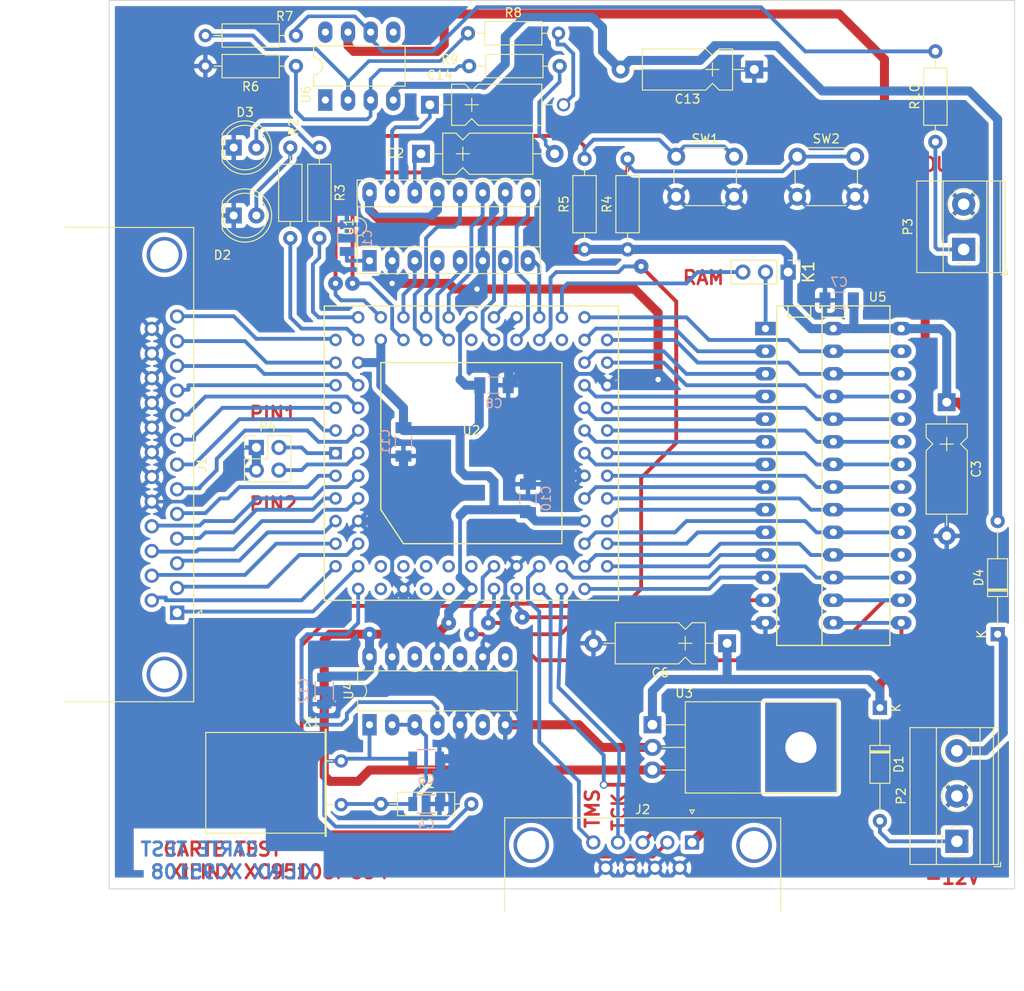
<source format=kicad_pcb>
(kicad_pcb (version 20210925) (generator pcbnew)
  (title_block (title "CARTE TEST XILINX XC95108") (rev "0"))
  (layers (0 "F.Cu" signal) (31 "B.Cu" signal) (34 "B.Paste" user) (35 "F.Paste" user) (36 "B.SilkS" user "B.Silkscreen") (37 "F.SilkS" user "F.Silkscreen") (38 "B.Mask" user) (39 "F.Mask" user) (44 "Edge.Cuts" user))
  (net 0 "")
  (net 1 "+12V")
  (net 2 "-12V")
  (net 3 "/CSMEM")
  (net 4 "/DAT0")
  (net 5 "/DAT1")
  (net 6 "/DAT2")
  (net 7 "/DAT3")
  (net 8 "/DAT4")
  (net 9 "/DAT5")
  (net 10 "/DAT6")
  (net 11 "/DAT7")
  (net 12 "/DCLK")
  (net 13 "/LED1")
  (net 14 "/LED2")
  (net 15 "/MA0")
  (net 16 "/MA1")
  (net 17 "/MA2")
  (net 18 "/MA3")
  (net 19 "/MA4")
  (net 20 "/MA5")
  (net 21 "/MA6")
  (net 22 "/MA7")
  (net 23 "/MD0")
  (net 24 "/MD1")
  (net 25 "/MD10")
  (net 26 "/MD11")
  (net 27 "/MD12")
  (net 28 "/MD13")
  (net 29 "/MD14")
  (net 30 "/MD2")
  (net 31 "/MD3")
  (net 32 "/MD4")
  (net 33 "/MD5")
  (net 34 "/MD6")
  (net 35 "/MD7")
  (net 36 "/MD8")
  (net 37 "/MD9")
  (net 38 "/OEMEM")
  (net 39 "/PARBUS0")
  (net 40 "/PARBUS1")
  (net 41 "/PARBUS2")
  (net 42 "/PARBUS3")
  (net 43 "/PARBUS4")
  (net 44 "/PARBUS5")
  (net 45 "/PARBUS6")
  (net 46 "/PARBUS7")
  (net 47 "/PAR_AUX0{slash}STROBE*")
  (net 48 "/PAR_AUX6{slash}ACK")
  (net 49 "/PAR_AUX5{slash}BUSY*")
  (net 50 "/PAR_AUX4{slash}PE")
  (net 51 "/PAR_AUX3{slash}SELECT*")
  (net 52 "/PAR_AUX2{slash}AUTOLF*")
  (net 53 "/PAR_AUX1{slash}ERROR*")
  (net 54 "/PAR_AUX7{slash}INIT")
  (net 55 "/PAR_AUX8{slash}SELECT")
  (net 56 "/PIN_TEST0")
  (net 57 "/PIN_TEST1")
  (net 58 "/XIN{slash}CLK")
  (net 59 "/SW0")
  (net 60 "/SW1")
  (net 61 "/TCK")
  (net 62 "/TDI")
  (net 63 "/TDO")
  (net 64 "/TMS")
  (net 66 "GND")
  (net 67 "Net-(C1-Pad1)")
  (net 68 "Net-(C14-Pad1)")
  (net 69 "Net-(C14-Pad2)")
  (net 70 "Net-(C2-Pad1)")
  (net 71 "Net-(C2-Pad2)")
  (net 72 "Net-(C4-Pad1)")
  (net 73 "Net-(C5-Pad1)")
  (net 74 "Net-(K1-Pad2)")
  (net 75 "Net-(P3-Pad1)")
  (net 76 "Net-(R10-Pad2)")
  (net 77 "Net-(R6-Pad1)")
  (net 78 "Net-(R7-Pad2)")
  (net 79 "VCC")
  (net 80 "/+12BATT")
  (net 81 "/-12BATT")
  (net 82 "Net-(D2-Pad2)")
  (net 83 "Net-(D3-Pad2)")
  (net 91 "/R{slash}W-A14")
  (footprint "Diode_THT:D_DO-35_SOD27_P12.70mm_Horizontal" (layer "F.Cu") (at 181.102 115.57 -90)
    (fp_text reference "D1")
    (fp_text value "1N4004")
  )
  (footprint "Diode_THT:D_DO-35_SOD27_P12.70mm_Horizontal" (layer "F.Cu") (at 194.31 107.315 90)
    (fp_text reference "D4")
    (fp_text value "1N4004")
  )
  (footprint "Button_Switch_THT:SW_PUSH_6mm_h4.3mm" (layer "F.Cu") (at 158.242 53.721)
    (fp_text reference "SW1")
    (fp_text value "SW_PUSH")
  )
  (footprint "Sockets:PLCC84" (layer "F.Cu") (at 135.255 86.995)
    (fp_text reference "U2")
    (fp_text value "XC95108PC84")
  )
  (footprint "Package_DIP:DIP-14_W7.62mm_LongPads" (layer "F.Cu") (at 123.825 117.475 90)
    (fp_text reference "U4")
    (fp_text value "74HC04")
  )
  (footprint "Connector_PinHeader_2.54mm:PinHeader_2x02_P2.54mm_Vertical" (layer "F.Cu") (at 111.125 86.36)
    (fp_text reference "P4")
    (fp_text value "CONN_2X2")
  )
  (footprint "Connector_PinHeader_2.54mm:PinHeader_1x03_P2.54mm_Vertical" (layer "F.Cu") (at 170.8 66.675 -90)
    (fp_text reference "K1")
    (fp_text value "CONN_3" hide)
  )
  (footprint "Resistor_THT:R_Axial_DIN0207_L6.3mm_D2.5mm_P10.16mm_Horizontal" (layer "F.Cu") (at 114.935 52.705 -90)
    (fp_text reference "R2")
    (fp_text value "330")
  )
  (footprint "Resistor_THT:R_Axial_DIN0207_L6.3mm_D2.5mm_P10.16mm_Horizontal" (layer "F.Cu") (at 134.874 39.878)
    (fp_text reference "R8")
    (fp_text value "2,2K")
  )
  (footprint "Resistor_THT:R_Axial_DIN0207_L6.3mm_D2.5mm_P10.16mm_Horizontal" (layer "F.Cu") (at 187.325 52.07 90)
    (fp_text reference "R10")
    (fp_text value "75")
  )
  (footprint "Resistor_THT:R_Axial_DIN0207_L6.3mm_D2.5mm_P10.16mm_Horizontal" (layer "F.Cu") (at 135.001 43.561)
    (fp_text reference "R9")
    (fp_text value "2,2K")
  )
  (footprint "Resistor_THT:R_Axial_DIN0207_L6.3mm_D2.5mm_P10.16mm_Horizontal" (layer "F.Cu") (at 125.095 126.365)
    (fp_text reference "R1")
    (fp_text value "100K")
  )
  (footprint "Resistor_THT:R_Axial_DIN0207_L6.3mm_D2.5mm_P10.16mm_Horizontal" (layer "F.Cu") (at 147.955 64.135 90)
    (fp_text reference "R5")
    (fp_text value "4,7K")
  )
  (footprint "Resistor_THT:R_Axial_DIN0207_L6.3mm_D2.5mm_P10.16mm_Horizontal" (layer "F.Cu") (at 115.57 43.561 180)
    (fp_text reference "R6")
    (fp_text value "1,1k")
  )
  (footprint "Resistor_THT:R_Axial_DIN0207_L6.3mm_D2.5mm_P10.16mm_Horizontal" (layer "F.Cu") (at 118.2 52.7 -90)
    (fp_text reference "R3")
    (fp_text value "330")
  )
  (footprint "Package_DIP:DIP-16_W7.62mm_Socket_LongPads" (layer "F.Cu") (at 123.825 65.405 90)
    (fp_text reference "U1")
    (fp_text value "TDA8702")
  )
  (footprint "Crystal:Crystal_HC18-U_Horizontal" (layer "F.Cu") (at 120.65 121.539 -90)
    (fp_text reference "X1")
    (fp_text value "10MHz")
  )
  (footprint "Resistor_THT:R_Axial_DIN0207_L6.3mm_D2.5mm_P10.16mm_Horizontal" (layer "F.Cu") (at 152.781 64.135 90)
    (fp_text reference "R4")
    (fp_text value "4,7K")
  )
  (footprint "Resistor_THT:R_Axial_DIN0207_L6.3mm_D2.5mm_P10.16mm_Horizontal" (layer "F.Cu") (at 115.57 40.132 180)
    (fp_text reference "R7")
    (fp_text value "1,1K")
  )
  (footprint "LED_THT:LED_D5.0mm" (layer "F.Cu") (at 108.585 52.705)
    (fp_text reference "D3")
    (fp_text value "LED")
  )
  (footprint "LED_THT:LED_D5.0mm" (layer "F.Cu") (at 108.585 60.325)
    (fp_text reference "D2")
    (fp_text value "LED")
  )
  (footprint "Package_DIP:DIP-8_W7.62mm_LongPads" (layer "F.Cu") (at 118.872 47.371 90)
    (fp_text reference "U6")
    (fp_text value "LM318N")
  )
  (footprint "Connector_Dsub:DSUB-25_Female_Horizontal_P2.77x2.84mm_EdgePinOffset9.90mm_Housed_MountingHolesOffset11.32mm" (layer "F.Cu") (at 102.235 104.902 -90)
    (fp_text reference "J1")
    (fp_text value "DB25")
  )
  (footprint "Package_TO_SOT_THT:TO-220-3_Horizontal_TabDown" (layer "F.Cu") (at 155.575 117.475 -90)
    (fp_text reference "U3")
    (fp_text value "LM7805")
  )
  (footprint "Connector_Dsub:DSUB-9_Female_Horizontal_P2.77x2.84mm_EdgePinOffset4.94mm_Housed_MountingHolesOffset7.48mm" (layer "F.Cu") (at 160.02 130.683)
    (fp_text reference "J2")
    (fp_text value "DB9FEM")
  )
  (footprint "TerminalBlock_Phoenix:TerminalBlock_Phoenix_MKDS-1,5-3-5.08_1x03_P5.08mm_Horizontal" (layer "F.Cu") (at 189.738 130.556 90)
    (fp_text reference "P2")
    (fp_text value "CONN_3")
  )
  (footprint "TerminalBlock_Phoenix:TerminalBlock_Phoenix_MKDS-1,5-2-5.08_1x02_P5.08mm_Horizontal" (layer "F.Cu") (at 190.5 64.135 90)
    (fp_text reference "P3")
    (fp_text value "CONN_2")
  )
  (footprint "Capacitor_THT:CP_Axial_L10.0mm_D4.5mm_P15.00mm_Horizontal" (layer "F.Cu") (at 167.005 43.942 180)
    (fp_text reference "C13")
    (fp_text value "10uF")
  )
  (footprint "Capacitor_THT:CP_Axial_L10.0mm_D4.5mm_P15.00mm_Horizontal" (layer "F.Cu") (at 163.957 108.331 180)
    (fp_text reference "C6")
    (fp_text value "47uF")
  )
  (footprint "Capacitor_THT:CP_Axial_L10.0mm_D4.5mm_P15.00mm_Horizontal" (layer "F.Cu") (at 188.595 81.28 -90)
    (fp_text reference "C3")
    (fp_text value "10uF")
  )
  (footprint "Capacitor_THT:CP_Axial_L10.0mm_D4.5mm_P15.00mm_Horizontal" (layer "F.Cu") (at 129.6 53.4)
    (fp_text reference "C2")
    (fp_text value "10uF")
  )
  (footprint "Button_Switch_THT:SW_PUSH_6mm_h4.3mm" (layer "F.Cu") (at 171.831 53.721)
    (fp_text reference "SW2")
    (fp_text value "SW_PUSH")
  )
  (footprint "Sockets_DIP:DIP-28__300__600_ELL" (layer "F.Cu") (at 168.275 73.025)
    (fp_text reference "U5")
    (fp_text value "RAM_32KO")
  )
  (footprint "Capacitor_THT:CP_Axial_L10.0mm_D4.5mm_P15.00mm_Horizontal" (layer "F.Cu") (at 130.6 47.9)
    (fp_text reference "C14")
    (fp_text value "10uF")
  )
  (footprint "Capacitors_SMD:C_1206" (layer "B.Cu") (at 121.285 62.865 90)
    (fp_text reference "C1")
    (fp_text value "100nF")
  )
  (footprint "Capacitors_SMD:C_1206" (layer "B.Cu") (at 130.175 126.365)
    (fp_text reference "C4")
    (fp_text value "22pF")
  )
  (footprint "Capacitors_SMD:C_1206" (layer "B.Cu") (at 130.175 121.285)
    (fp_text reference "C5")
    (fp_text value "22pF")
  )
  (footprint "Capacitors_SMD:C_1206" (layer "B.Cu") (at 118.745 113.665 -90)
    (fp_text reference "C12")
    (fp_text value "100nF")
  )
  (footprint "Capacitor_SMD:C_1206_3216Metric_Pad1.24x1.80mm_HandSolder" (layer "B.Cu") (at 127.635 85.725 -90)
    (fp_text reference "C11")
    (fp_text value "100nF")
  )
  (footprint "Capacitor_SMD:C_1206_3216Metric_Pad1.24x1.80mm_HandSolder" (layer "B.Cu") (at 141.605 92.075 90)
    (fp_text reference "C10")
    (fp_text value "100nF")
  )
  (footprint "Capacitor_SMD:C_1206_3216Metric_Pad1.24x1.80mm_HandSolder" (layer "B.Cu") (at 137.795 79.375)
    (fp_text reference "C8")
    (fp_text value "100nF")
  )
  (footprint "Capacitor_SMD:C_1206_3216Metric_Pad1.24x1.80mm_HandSolder" (layer "B.Cu") (at 176.53 69.85 180)
    (fp_text reference "C7")
    (fp_text value "100nF")
  )
  (gr_line (start 196.215 37.465) (end 196.215 36.195) (angle 90) (layer "Edge.Cuts") (width 0.1))
  (gr_line (start 94.615 46.355) (end 94.615 53.975) (angle 90) (layer "Edge.Cuts") (width 0.1))
  (gr_line (start 196.215 36.195) (end 94.615 36.195) (angle 90) (layer "Edge.Cuts") (width 0.1))
  (gr_line (start 196.215 135.89) (end 194.945 135.89) (angle 90) (layer "Edge.Cuts") (width 0.1))
  (gr_line (start 160.655 135.89) (end 192.405 135.89) (angle 90) (layer "Edge.Cuts") (width 0.1))
  (gr_line (start 94.615 53.975) (end 94.615 132.715) (angle 90) (layer "Edge.Cuts") (width 0.1))
  (gr_line (start 94.615 132.715) (end 94.615 133.985) (angle 90) (layer "Edge.Cuts") (width 0.1))
  (gr_line (start 94.615 36.195) (end 94.615 46.355) (angle 90) (layer "Edge.Cuts") (width 0.1))
  (gr_line (start 192.405 135.89) (end 194.945 135.89) (angle 90) (layer "Edge.Cuts") (width 0.1))
  (gr_line (start 196.215 37.465) (end 196.215 135.89) (angle 90) (layer "Edge.Cuts") (width 0.1))
  (gr_line (start 94.615 133.985) (end 94.615 135.89) (angle 90) (layer "Edge.Cuts") (width 0.1))
  (gr_line (start 94.615 135.89) (end 144.78 135.89) (angle 90) (layer "Edge.Cuts") (width 0.1))
  (gr_line (start 144.78 135.89) (end 160.655 135.89) (angle 90) (layer "Edge.Cuts") (width 0.1))
  (gr_text "TCK" (at 151.83866 127.254 90) (layer "F.Cu") (effects (font (size 1.524 1.524) (thickness 0.3048))))
  (gr_text "XILINX XC95108PC84" (at 113.665 133.985) (layer "F.Cu") (effects (font (size 1.524 1.524) (thickness 0.3048))))
  (gr_text "ROM" (at 176.53 67.31) (layer "F.Cu") (effects (font (size 1.524 1.524) (thickness 0.3048))))
  (gr_text "GND" (at 187.325 68.58) (layer "F.Cu") (effects (font (size 1.524 1.524) (thickness 0.3048))))
  (gr_text "GND" (at 183.388 124.841 90) (layer "F.Cu") (effects (font (size 1.524 1.524) (thickness 0.3048))))
  (gr_text "VOUT" (at 187.325 54.61) (layer "F.Cu") (effects (font (size 1.524 1.524) (thickness 0.3048))))
  (gr_text "VCC" (at 160.02 126.873 90) (layer "F.Cu") (effects (font (size 1.524 1.524) (thickness 0.3048))))
  (gr_text "PIN1" (at 113.03 82.55) (layer "F.Cu") (effects (font (size 1.524 1.524) (thickness 0.3048))))
  (gr_text "TDO" (at 157.55366 126.873 90) (layer "F.Cu") (effects (font (size 1.524 1.524) (thickness 0.3048))))
  (gr_text "TMS" (at 148.844 126.873 90) (layer "F.Cu") (effects (font (size 1.524 1.524) (thickness 0.3048))))
  (gr_text "+12V" (at 189.865 116.713) (layer "F.Cu") (effects (font (size 1.524 1.524) (thickness 0.3048))))
  (gr_text "PIN2" (at 113.03 92.71) (layer "F.Cu") (effects (font (size 1.524 1.524) (thickness 0.3048))))
  (gr_text "-12V" (at 189.23 134.62) (layer "F.Cu") (effects (font (size 1.524 1.524) (thickness 0.3048))))
  (gr_text "RAM" (at 161.29 67.31) (layer "F.Cu") (effects (font (size 1.524 1.524) (thickness 0.3048))))
  (gr_text "CARTE TEST" (at 107.315 131.445) (layer "F.Cu") (effects (font (size 1.524 1.524) (thickness 0.3048))))
  (gr_text "TDI" (at 154.52725 126.873 90) (layer "F.Cu") (effects (font (size 1.27 1.524) (thickness 0.3048))))
  (gr_text "XILINX XC95108" (at 108.585 133.985) (layer "B.Cu") (effects (font (size 1.524 1.524) (thickness 0.3048)) (justify mirror)))
  (gr_text "CARTE TEST" (at 104.775 131.445) (layer "B.Cu") (effects (font (size 1.524 1.524) (thickness 0.3048)) (justify mirror)))
  (segment (start 121.412 41.275) (end 121.412 39.751) (width 1.016) (layer "F.Cu") (net 1))
  (segment (start 181.102 115.57) (end 181.102 112.903) (width 1.016) (layer "F.Cu") (net 1))
  (segment (start 181.61 42.799) (end 176.53 37.719) (width 1.016) (layer "F.Cu") (net 1))
  (segment (start 132.842 37.719) (end 132.207 38.354) (width 1.016) (layer "F.Cu") (net 1))
  (segment (start 186.182 71.247) (end 181.61 66.675) (width 1.016) (layer "F.Cu") (net 1))
  (segment (start 181.102 112.903) (end 186.182 107.823) (width 1.016) (layer "F.Cu") (net 1))
  (segment (start 122.047 41.91) (end 121.412 41.275) (width 1.016) (layer "F.Cu") (net 1))
  (segment (start 176.53 37.719) (end 132.842 37.719) (width 1.016) (layer "F.Cu") (net 1))
  (segment (start 186.182 107.823) (end 186.182 71.247) (width 1.016) (layer "F.Cu") (net 1))
  (segment (start 132.207 41.148) (end 131.445 41.91) (width 1.016) (layer "F.Cu") (net 1))
  (segment (start 132.207 38.354) (end 132.207 41.148) (width 1.016) (layer "F.Cu") (net 1))
  (segment (start 181.61 66.675) (end 181.61 42.799) (width 1.016) (layer "F.Cu") (net 1))
  (segment (start 131.445 41.91) (end 122.047 41.91) (width 1.016) (layer "F.Cu") (net 1))
  (segment (start 163.83 112.395) (end 179.832 112.395) (width 1.016) (layer "B.Cu") (net 1))
  (segment (start 155.575 113.665) (end 155.575 117.475) (width 1.016) (layer "B.Cu") (net 1))
  (segment (start 181.102 113.665) (end 181.102 115.57) (width 1.016) (layer "B.Cu") (net 1))
  (segment (start 179.832 112.395) (end 181.102 113.665) (width 1.016) (layer "B.Cu") (net 1))
  (segment (start 156.845 112.395) (end 155.575 113.665) (width 1.016) (layer "B.Cu") (net 1))
  (segment (start 163.83 112.395) (end 163.957 112.268) (width 1.016) (layer "B.Cu") (net 1))
  (segment (start 163.957 112.268) (end 163.957 108.331) (width 1.016) (layer "B.Cu") (net 1))
  (segment (start 163.83 112.395) (end 156.845 112.395) (width 1.016) (layer "B.Cu") (net 1))
  (segment (start 149.973 41.91) (end 149.973 39.229) (width 1.016) (layer "B.Cu") (net 2))
  (segment (start 160.909 42.926) (end 162.56 41.275) (width 1.016) (layer "B.Cu") (net 2))
  (segment (start 149.973 39.229) (end 148.844 38.1) (width 1.016) (layer "B.Cu") (net 2))
  (segment (start 127.08 45.72) (end 136.652 45.72) (width 0.8) (layer "B.Cu") (net 2))
  (segment (start 126.492 46.308) (end 127.08 45.72) (width 0.8) (layer "B.Cu") (net 2))
  (segment (start 194.31 49.53) (end 191.135 46.355) (width 1.016) (layer "B.Cu") (net 2))
  (segment (start 141.224 38.1) (end 139.065 40.259) (width 1.016) (layer "B.Cu") (net 2))
  (segment (start 169.545 41.275) (end 174.625 46.355) (width 1.016) (layer "B.Cu") (net 2))
  (segment (start 139.065 40.259) (end 139.065 43.307) (width 1.016) (layer "B.Cu") (net 2))
  (segment (start 139.065 43.307) (end 136.652 45.72) (width 1.016) (layer "B.Cu") (net 2))
  (segment (start 174.625 46.355) (end 191.135 46.355) (width 1.016) (layer "B.Cu") (net 2))
  (segment (start 162.56 41.275) (end 169.545 41.275) (width 1.016) (layer "B.Cu") (net 2))
  (segment (start 126.492 47.371) (end 126.492 46.308) (width 0.8) (layer "B.Cu") (net 2))
  (segment (start 160.909 42.926) (end 153.021 42.926) (width 1.016) (layer "B.Cu") (net 2))
  (segment (start 153.021 42.926) (end 152.005 43.942) (width 1.016) (layer "B.Cu") (net 2))
  (segment (start 194.31 94.615) (end 194.31 49.53) (width 1.016) (layer "B.Cu") (net 2))
  (segment (start 148.844 38.1) (end 141.224 38.1) (width 1.016) (layer "B.Cu") (net 2))
  (segment (start 152.005 43.942) (end 149.973 41.91) (width 1.016) (layer "B.Cu") (net 2))
  (segment (start 183.515 93.345) (end 175.895 93.345) (width 0.4318) (layer "B.Cu") (net 3))
  (segment (start 175.895 93.345) (end 173.355 93.345) (width 0.4318) (layer "B.Cu") (net 3))
  (segment (start 173.355 93.345) (end 172.085 92.075) (width 0.4318) (layer "B.Cu") (net 3))
  (segment (start 150.495 92.075) (end 172.085 92.075) (width 0.4318) (layer "B.Cu") (net 3))
  (segment (start 130.175 67.945) (end 130.175 62.865) (width 0.4318) (layer "B.Cu") (net 4))
  (segment (start 133.35 61.595) (end 133.985 60.96) (width 0.4318) (layer "B.Cu") (net 4))
  (segment (start 133.985 60.96) (end 133.985 57.785) (width 0.4318) (layer "B.Cu") (net 4))
  (segment (start 128.905 69.215) (end 130.175 67.945) (width 0.4318) (layer "B.Cu") (net 4))
  (segment (start 131.445 61.595) (end 133.35 61.595) (width 0.4318) (layer "B.Cu") (net 4))
  (segment (start 130.175 62.865) (end 131.445 61.595) (width 0.4318) (layer "B.Cu") (net 4))
  (segment (start 130.175 74.295) (end 128.905 73.025) (width 0.4318) (layer "B.Cu") (net 4))
  (segment (start 128.905 73.025) (end 128.905 69.215) (width 0.4318) (layer "B.Cu") (net 4))
  (segment (start 135.255 61.595) (end 136.525 60.325) (width 0.4318) (layer "B.Cu") (net 5))
  (segment (start 132.715 69.215) (end 135.255 66.675) (width 0.4318) (layer "B.Cu") (net 5))
  (segment (start 136.525 57.785) (end 136.525 60.325) (width 0.4318) (layer "B.Cu") (net 5))
  (segment (start 135.255 61.595) (end 135.255 66.675) (width 0.4318) (layer "B.Cu") (net 5))
  (segment (start 132.715 69.215) (end 132.715 71.755) (width 0.4318) (layer "B.Cu") (net 5))
  (segment (start 128.905 67.945) (end 127.635 69.215) (width 0.4318) (layer "B.Cu") (net 6))
  (segment (start 128.905 65.405) (end 128.905 67.945) (width 0.4318) (layer "B.Cu") (net 6))
  (segment (start 127.635 69.215) (end 127.635 71.755) (width 0.4318) (layer "B.Cu") (net 6))
  (segment (start 130.175 69.215) (end 131.445 67.945) (width 0.4318) (layer "B.Cu") (net 7))
  (segment (start 130.175 71.755) (end 130.175 69.215) (width 0.4318) (layer "B.Cu") (net 7))
  (segment (start 131.445 67.945) (end 131.445 65.405) (width 0.4318) (layer "B.Cu") (net 7))
  (segment (start 139.065 60.325) (end 137.795 61.595) (width 0.4318) (layer "B.Cu") (net 8))
  (segment (start 136.525 71.12) (end 137.795 69.85) (width 0.4318) (layer "B.Cu") (net 8))
  (segment (start 139.065 57.785) (end 139.065 60.325) (width 0.4318) (layer "B.Cu") (net 8))
  (segment (start 137.795 69.85) (end 137.795 61.595) (width 0.4318) (layer "B.Cu") (net 8))
  (segment (start 136.525 73.025) (end 137.795 74.295) (width 0.4318) (layer "B.Cu") (net 8))
  (segment (start 136.525 71.12) (end 136.525 73.025) (width 0.4318) (layer "B.Cu") (net 8))
  (segment (start 140.335 74.295) (end 141.605 73.025) (width 0.4318) (layer "B.Cu") (net 9))
  (segment (start 141.605 57.785) (end 141.605 60.325) (width 0.4318) (layer "B.Cu") (net 9))
  (segment (start 141.605 67.945) (end 140.335 66.675) (width 0.4318) (layer "B.Cu") (net 9))
  (segment (start 141.605 60.325) (end 140.335 61.595) (width 0.4318) (layer "B.Cu") (net 9))
  (segment (start 140.335 61.595) (end 140.335 66.675) (width 0.4318) (layer "B.Cu") (net 9))
  (segment (start 141.605 73.025) (end 141.605 67.945) (width 0.4318) (layer "B.Cu") (net 9))
  (segment (start 142.875 71.755) (end 142.875 66.04) (width 0.4318) (layer "B.Cu") (net 10))
  (segment (start 142.875 66.04) (end 142.24 65.405) (width 0.4318) (layer "B.Cu") (net 10))
  (segment (start 142.24 65.405) (end 141.605 65.405) (width 0.4318) (layer "B.Cu") (net 10))
  (segment (start 139.065 70.485) (end 137.795 71.755) (width 0.4318) (layer "B.Cu") (net 11))
  (segment (start 139.065 65.405) (end 139.065 70.485) (width 0.4318) (layer "B.Cu") (net 11))
  (segment (start 133.985 66.675) (end 133.985 65.405) (width 0.4318) (layer "B.Cu") (net 12))
  (segment (start 131.445 69.215) (end 133.985 66.675) (width 0.4318) (layer "B.Cu") (net 12))
  (segment (start 131.445 73.025) (end 131.445 69.215) (width 0.4318) (layer "B.Cu") (net 12))
  (segment (start 132.715 74.295) (end 131.445 73.025) (width 0.4318) (layer "B.Cu") (net 12))
  (segment (start 116.205 73.025) (end 114.935 71.755) (width 0.4318) (layer "B.Cu") (net 13))
  (segment (start 114.935 62.865) (end 114.935 71.755) (width 0.4318) (layer "B.Cu") (net 13))
  (segment (start 121.285 73.025) (end 122.555 74.295) (width 0.4318) (layer "B.Cu") (net 13))
  (segment (start 116.205 73.025) (end 121.285 73.025) (width 0.4318) (layer "B.Cu") (net 13))
  (segment (start 117.475 71.12) (end 118.11 71.755) (width 0.4318) (layer "B.Cu") (net 14))
  (segment (start 118.2 62.86) (end 118.2 65.075) (width 0.4) (layer "B.Cu") (net 14))
  (segment (start 117.475 65.8) (end 117.475 71.12) (width 0.4318) (layer "B.Cu") (net 14))
  (segment (start 118.2 65.075) (end 117.475 65.8) (width 0.4) (layer "B.Cu") (net 14))
  (segment (start 118.11 71.755) (end 122.555 71.755) (width 0.4318) (layer "B.Cu") (net 14))
  (segment (start 161.925 99.695) (end 163.195 98.425) (width 0.4318) (layer "B.Cu") (net 15))
  (segment (start 150.495 99.695) (end 161.925 99.695) (width 0.4318) (layer "B.Cu") (net 15))
  (segment (start 163.195 98.425) (end 168.275 98.425) (width 0.4318) (layer "B.Cu") (net 15))
  (segment (start 161.925 102.235) (end 163.195 100.965) (width 0.4318) (layer "B.Cu") (net 16))
  (segment (start 163.195 100.965) (end 168.275 100.965) (width 0.4318) (layer "B.Cu") (net 16))
  (segment (start 147.955 102.235) (end 161.925 102.235) (width 0.4318) (layer "B.Cu") (net 16))
  (segment (start 161.925 105.41) (end 163.83 103.505) (width 0.4318) (layer "F.Cu") (net 17))
  (segment (start 140.97 105.41) (end 161.925 105.41) (width 0.4318) (layer "F.Cu") (net 17))
  (segment (start 163.83 103.505) (end 168.275 103.505) (width 0.4318) (layer "F.Cu") (net 17))
  (via (at 140.97 105.41) (size 1.651) (drill 0.6) (layers "F.Cu" "B.Cu") (net 17))
  (segment (start 140.335 102.235) (end 140.335 104.14) (width 0.4318) (layer "B.Cu") (net 17))
  (segment (start 140.97 104.775) (end 140.97 105.41) (width 0.4318) (layer "B.Cu") (net 17))
  (segment (start 140.335 104.14) (end 140.97 104.775) (width 0.4318) (layer "B.Cu") (net 17))
  (segment (start 169.926 109.22) (end 182.88 109.22) (width 0.4318) (layer "F.Cu") (net 18))
  (segment (start 137.16 107.95) (end 140.335 107.95) (width 0.4318) (layer "F.Cu") (net 18))
  (segment (start 183.515 108.585) (end 183.515 106.045) (width 0.4318) (layer "F.Cu") (net 18))
  (segment (start 140.335 107.95) (end 142.621 110.236) (width 0.4318) (layer "F.Cu") (net 18))
  (segment (start 168.91 110.236) (end 169.926 109.22) (width 0.4318) (layer "F.Cu") (net 18))
  (segment (start 136.525 107.315) (end 137.16 107.95) (width 0.4318) (layer "F.Cu") (net 18))
  (segment (start 135.255 107.315) (end 136.525 107.315) (width 0.4318) (layer "F.Cu") (net 18))
  (segment (start 182.88 109.22) (end 183.515 108.585) (width 0.4318) (layer "F.Cu") (net 18))
  (segment (start 142.621 110.236) (end 168.91 110.236) (width 0.4318) (layer "F.Cu") (net 18))
  (via (at 135.255 107.315) (size 1.651) (drill 0.6) (layers "F.Cu" "B.Cu") (net 18))
  (segment (start 136.525 100.965) (end 137.795 99.695) (width 0.4318) (layer "B.Cu") (net 18))
  (segment (start 135.255 107.315) (end 135.255 104.775) (width 0.4318) (layer "B.Cu") (net 18))
  (segment (start 136.525 103.505) (end 136.525 100.965) (width 0.4318) (layer "B.Cu") (net 18))
  (segment (start 135.255 104.775) (end 136.525 103.505) (width 0.4318) (layer "B.Cu") (net 18))
  (segment (start 175.895 106.045) (end 183.515 106.045) (width 0.4318) (layer "B.Cu") (net 18))
  (segment (start 166.751 107.95) (end 177.165 107.95) (width 0.4318) (layer "F.Cu") (net 19))
  (segment (start 139.065 106.68) (end 140.335 106.68) (width 0.4318) (layer "F.Cu") (net 19))
  (segment (start 177.165 107.95) (end 181.61 103.505) (width 0.4318) (layer "F.Cu") (net 19))
  (segment (start 140.97 107.315) (end 145.288 107.315) (width 0.4318) (layer "F.Cu") (net 19))
  (segment (start 137.16 106.045) (end 138.43 106.045) (width 0.4318) (layer "F.Cu") (net 19))
  (segment (start 145.288 107.315) (end 146.177 106.426) (width 0.4318) (layer "F.Cu") (net 19))
  (segment (start 146.177 106.426) (end 165.227 106.426) (width 0.4318) (layer "F.Cu") (net 19))
  (segment (start 140.335 106.68) (end 140.97 107.315) (width 0.4318) (layer "F.Cu") (net 19))
  (segment (start 181.61 103.505) (end 183.515 103.505) (width 0.4318) (layer "F.Cu") (net 19))
  (segment (start 138.43 106.045) (end 139.065 106.68) (width 0.4318) (layer "F.Cu") (net 19))
  (segment (start 165.227 106.426) (end 166.751 107.95) (width 0.4318) (layer "F.Cu") (net 19))
  (via (at 137.16 106.045) (size 1.651) (drill 0.6) (layers "F.Cu" "B.Cu") (net 19))
  (segment (start 137.795 104.14) (end 137.16 104.775) (width 0.4318) (layer "B.Cu") (net 19))
  (segment (start 137.795 104.14) (end 137.795 102.235) (width 0.4318) (layer "B.Cu") (net 19))
  (segment (start 183.515 103.505) (end 175.895 103.505) (width 0.4318) (layer "B.Cu") (net 19))
  (segment (start 137.16 104.775) (end 137.16 106.045) (width 0.4318) (layer "B.Cu") (net 19))
  (segment (start 161.925 100.965) (end 163.195 99.695) (width 0.4318) (layer "B.Cu") (net 20))
  (segment (start 175.895 100.965) (end 173.99 100.965) (width 0.4318) (layer "B.Cu") (net 20))
  (segment (start 163.195 99.695) (end 172.72 99.695) (width 0.4318) (layer "B.Cu") (net 20))
  (segment (start 173.99 100.965) (end 172.72 99.695) (width 0.4318) (layer "B.Cu") (net 20))
  (segment (start 145.415 99.695) (end 146.685 100.965) (width 0.4318) (layer "B.Cu") (net 20))
  (segment (start 175.895 100.965) (end 183.515 100.965) (width 0.4318) (layer "B.Cu") (net 20))
  (segment (start 146.685 100.965) (end 161.925 100.965) (width 0.4318) (layer "B.Cu") (net 20))
  (segment (start 183.515 98.425) (end 175.895 98.425) (width 0.4318) (layer "B.Cu") (net 21))
  (segment (start 175.895 98.425) (end 173.355 98.425) (width 0.4318) (layer "B.Cu") (net 21))
  (segment (start 149.225 98.425) (end 161.925 98.425) (width 0.4318) (layer "B.Cu") (net 21))
  (segment (start 161.925 98.425) (end 163.195 97.155) (width 0.4318) (layer "B.Cu") (net 21))
  (segment (start 163.195 97.155) (end 172.085 97.155) (width 0.4318) (layer "B.Cu") (net 21))
  (segment (start 147.955 99.695) (end 149.225 98.425) (width 0.4318) (layer "B.Cu") (net 21))
  (segment (start 173.355 98.425) (end 172.085 97.155) (width 0.4318) (layer "B.Cu") (net 21))
  (segment (start 149.225 95.885) (end 158.115 95.885) (width 0.4318) (layer "B.Cu") (net 22))
  (segment (start 158.115 95.885) (end 159.385 94.615) (width 0.4318) (layer "B.Cu") (net 22))
  (segment (start 147.955 97.155) (end 149.225 95.885) (width 0.4318) (layer "B.Cu") (net 22))
  (segment (start 173.99 95.885) (end 172.72 94.615) (width 0.4318) (layer "B.Cu") (net 22))
  (segment (start 183.515 95.885) (end 175.895 95.885) (width 0.4318) (layer "B.Cu") (net 22))
  (segment (start 175.895 95.885) (end 173.99 95.885) (width 0.4318) (layer "B.Cu") (net 22))
  (segment (start 172.72 94.615) (end 159.385 94.615) (width 0.4318) (layer "B.Cu") (net 22))
  (segment (start 159.385 97.155) (end 160.655 95.885) (width 0.4318) (layer "B.Cu") (net 23))
  (segment (start 160.655 95.885) (end 168.275 95.885) (width 0.4318) (layer "B.Cu") (net 23))
  (segment (start 150.495 97.155) (end 159.385 97.155) (width 0.4318) (layer "B.Cu") (net 23))
  (segment (start 150.495 94.615) (end 151.765 93.345) (width 0.4318) (layer "B.Cu") (net 24))
  (segment (start 151.765 93.345) (end 168.275 93.345) (width 0.4318) (layer "B.Cu") (net 24))
  (segment (start 183.515 90.805) (end 175.895 90.805) (width 0.4318) (layer "B.Cu") (net 25))
  (segment (start 150.495 89.535) (end 172.72 89.535) (width 0.4318) (layer "B.Cu") (net 25))
  (segment (start 175.895 90.805) (end 173.99 90.805) (width 0.4318) (layer "B.Cu") (net 25))
  (segment (start 173.99 90.805) (end 172.72 89.535) (width 0.4318) (layer "B.Cu") (net 25))
  (segment (start 175.895 85.725) (end 183.515 85.725) (width 0.4318) (layer "B.Cu") (net 26))
  (segment (start 175.895 85.725) (end 173.99 85.725) (width 0.4318) (layer "B.Cu") (net 26))
  (segment (start 173.99 85.725) (end 172.72 84.455) (width 0.4318) (layer "B.Cu") (net 26))
  (segment (start 150.495 84.455) (end 172.72 84.455) (width 0.4318) (layer "B.Cu") (net 26))
  (segment (start 147.955 74.295) (end 149.225 73.025) (width 0.4318) (layer "B.Cu") (net 27))
  (segment (start 160.655 75.565) (end 168.275 75.565) (width 0.4318) (layer "B.Cu") (net 27))
  (segment (start 149.225 73.025) (end 158.115 73.025) (width 0.4318) (layer "B.Cu") (net 27))
  (segment (start 158.115 73.025) (end 160.655 75.565) (width 0.4318) (layer "B.Cu") (net 27))
  (segment (start 175.895 78.105) (end 183.515 78.105) (width 0.4318) (layer "B.Cu") (net 28))
  (segment (start 175.895 78.105) (end 172.085 78.105) (width 0.4318) (layer "B.Cu") (net 28))
  (segment (start 170.815 76.835) (end 172.085 78.105) (width 0.4318) (layer "B.Cu") (net 28))
  (segment (start 160.655 76.835) (end 170.815 76.835) (width 0.4318) (layer "B.Cu") (net 28))
  (segment (start 158.115 74.295) (end 160.655 76.835) (width 0.4318) (layer "B.Cu") (net 28))
  (segment (start 158.115 74.295) (end 150.495 74.295) (width 0.4318) (layer "B.Cu") (net 28))
  (segment (start 160.655 66.675) (end 165.735 66.675) (width 0.4318) (layer "B.Cu") (net 29))
  (segment (start 145.415 68.58) (end 146.05 67.945) (width 0.4318) (layer "B.Cu") (net 29))
  (segment (start 159.385 67.945) (end 160.655 66.675) (width 0.4318) (layer "B.Cu") (net 29))
  (segment (start 146.05 67.945) (end 159.385 67.945) (width 0.4318) (layer "B.Cu") (net 29))
  (segment (start 145.415 71.755) (end 145.415 68.58) (width 0.4318) (layer "B.Cu") (net 29))
  (segment (start 149.225 90.805) (end 168.275 90.805) (width 0.4318) (layer "B.Cu") (net 30))
  (segment (start 147.955 92.075) (end 149.225 90.805) (width 0.4318) (layer "B.Cu") (net 30))
  (segment (start 149.225 88.265) (end 168.275 88.265) (width 0.4318) (layer "B.Cu") (net 31))
  (segment (start 147.955 86.995) (end 149.225 88.265) (width 0.4318) (layer "B.Cu") (net 31))
  (segment (start 149.225 85.725) (end 147.955 84.455) (width 0.4318) (layer "B.Cu") (net 32))
  (segment (start 168.275 85.725) (end 149.225 85.725) (width 0.4318) (layer "B.Cu") (net 32))
  (segment (start 168.275 83.185) (end 149.225 83.185) (width 0.4318) (layer "B.Cu") (net 33))
  (segment (start 149.225 83.185) (end 147.955 81.915) (width 0.4318) (layer "B.Cu") (net 33))
  (segment (start 149.225 80.645) (end 168.275 80.645) (width 0.4318) (layer "B.Cu") (net 34))
  (segment (start 147.955 79.375) (end 149.225 80.645) (width 0.4318) (layer "B.Cu") (net 34))
  (segment (start 149.225 75.565) (end 147.955 76.835) (width 0.4318) (layer "B.Cu") (net 35))
  (segment (start 156.845 75.565) (end 149.225 75.565) (width 0.4318) (layer "B.Cu") (net 35))
  (segment (start 168.275 78.105) (end 159.385 78.105) (width 0.4318) (layer "B.Cu") (net 35))
  (segment (start 159.385 78.105) (end 156.845 75.565) (width 0.4318) (layer "B.Cu") (net 35))
  (segment (start 159.385 79.375) (end 172.72 79.375) (width 0.4318) (layer "B.Cu") (net 36))
  (segment (start 173.99 80.645) (end 172.72 79.375) (width 0.4318) (layer "B.Cu") (net 36))
  (segment (start 150.495 76.835) (end 156.845 76.835) (width 0.4318) (layer "B.Cu") (net 36))
  (segment (start 175.895 80.645) (end 173.99 80.645) (width 0.4318) (layer "B.Cu") (net 36))
  (segment (start 156.845 76.835) (end 159.385 79.375) (width 0.4318) (layer "B.Cu") (net 36))
  (segment (start 175.895 80.645) (end 183.515 80.645) (width 0.4318) (layer "B.Cu") (net 36))
  (segment (start 175.895 83.185) (end 183.515 83.185) (width 0.4318) (layer "B.Cu") (net 37))
  (segment (start 150.495 81.915) (end 172.72 81.915) (width 0.4318) (layer "B.Cu") (net 37))
  (segment (start 173.99 83.185) (end 172.72 81.915) (width 0.4318) (layer "B.Cu") (net 37))
  (segment (start 175.895 83.185) (end 173.99 83.185) (width 0.4318) (layer "B.Cu") (net 37))
  (segment (start 175.895 88.265) (end 173.99 88.265) (width 0.4318) (layer "B.Cu") (net 38))
  (segment (start 150.495 86.995) (end 172.72 86.995) (width 0.4318) (layer "B.Cu") (net 38))
  (segment (start 175.895 88.265) (end 183.515 88.265) (width 0.4318) (layer "B.Cu") (net 38))
  (segment (start 173.99 88.265) (end 172.72 86.995) (width 0.4318) (layer "B.Cu") (net 38))
  (segment (start 112.395 101.981) (end 115.951 98.425) (width 0.4318) (layer "B.Cu") (net 39))
  (segment (start 102.235 101.981) (end 112.395 101.981) (width 0.4318) (layer "B.Cu") (net 39))
  (segment (start 121.285 98.425) (end 122.555 97.155) (width 0.4318) (layer "B.Cu") (net 39))
  (segment (start 115.951 98.425) (end 121.285 98.425) (width 0.4318) (layer "B.Cu") (net 39))
  (segment (start 118.745 95.885) (end 120.015 94.615) (width 0.4318) (layer "B.Cu") (net 40))
  (segment (start 112.395 95.885) (end 109.22 99.06) (width 0.4318) (layer "B.Cu") (net 40))
  (segment (start 102.235 99.06) (end 102.235 99.314) (width 0.4318) (layer "B.Cu") (net 40))
  (segment (start 109.22 99.06) (end 102.235 99.06) (width 0.4318) (layer "B.Cu") (net 40))
  (segment (start 112.395 95.885) (end 118.745 95.885) (width 0.4318) (layer "B.Cu") (net 40))
  (segment (start 105.41 95.885) (end 108.585 95.885) (width 0.4318) (layer "B.Cu") (net 41))
  (segment (start 104.775 96.52) (end 105.41 95.885) (width 0.4318) (layer "B.Cu") (net 41))
  (segment (start 111.125 93.345) (end 117.475 93.345) (width 0.4318) (layer "B.Cu") (net 41))
  (segment (start 102.235 96.52) (end 104.775 96.52) (width 0.4318) (layer "B.Cu") (net 41))
  (segment (start 117.475 93.345) (end 118.745 92.075) (width 0.4318) (layer "B.Cu") (net 41))
  (segment (start 108.585 95.885) (end 111.125 93.345) (width 0.4318) (layer "B.Cu") (net 41))
  (segment (start 118.745 92.075) (end 120.015 92.075) (width 0.4318) (layer "B.Cu") (net 41))
  (segment (start 116.84 90.805) (end 118.11 89.535) (width 0.4318) (layer "B.Cu") (net 42))
  (segment (start 107.95 92.075) (end 109.22 90.805) (width 0.4318) (layer "B.Cu") (net 42))
  (segment (start 107.061 92.075) (end 107.95 92.075) (width 0.4318) (layer "B.Cu") (net 42))
  (segment (start 118.11 89.535) (end 120.015 89.535) (width 0.4318) (layer "B.Cu") (net 42))
  (segment (start 105.41 93.726) (end 107.061 92.075) (width 0.4318) (layer "B.Cu") (net 42))
  (segment (start 102.235 93.726) (end 105.41 93.726) (width 0.4318) (layer "B.Cu") (net 42))
  (segment (start 109.22 90.805) (end 116.84 90.805) (width 0.4318) (layer "B.Cu") (net 42))
  (segment (start 104.775 90.932) (end 104.775 90.805) (width 0.4318) (layer "B.Cu") (net 43))
  (segment (start 106.68 88.9) (end 106.68 87.63) (width 0.4318) (layer "B.Cu") (net 43))
  (segment (start 104.775 90.805) (end 106.68 88.9) (width 0.4318) (layer "B.Cu") (net 43))
  (segment (start 118.11 85.725) (end 121.285 85.725) (width 0.4318) (layer "B.Cu") (net 43))
  (segment (start 121.285 85.725) (end 122.555 84.455) (width 0.4318) (layer "B.Cu") (net 43))
  (segment (start 106.68 87.63) (end 109.855 84.455) (width 0.4318) (layer "B.Cu") (net 43))
  (segment (start 116.84 84.455) (end 118.11 85.725) (width 0.4318) (layer "B.Cu") (net 43))
  (segment (start 109.855 84.455) (end 116.84 84.455) (width 0.4318) (layer "B.Cu") (net 43))
  (segment (start 102.235 90.932) (end 104.775 90.932) (width 0.4318) (layer "B.Cu") (net 43))
  (segment (start 118.745 84.455) (end 120.015 84.455) (width 0.4318) (layer "B.Cu") (net 44))
  (segment (start 117.475 83.185) (end 118.745 84.455) (width 0.4318) (layer "B.Cu") (net 44))
  (segment (start 109.22 83.185) (end 117.475 83.185) (width 0.4318) (layer "B.Cu") (net 44))
  (segment (start 102.235 88.265) (end 104.14 88.265) (width 0.4318) (layer "B.Cu") (net 44))
  (segment (start 104.14 88.265) (end 109.22 83.185) (width 0.4318) (layer "B.Cu") (net 44))
  (segment (start 102.235 85.471) (end 104.14 85.471) (width 0.4318) (layer "B.Cu") (net 45))
  (segment (start 104.14 85.471) (end 104.14 85.09) (width 0.4318) (layer "B.Cu") (net 45))
  (segment (start 107.315 81.915) (end 120.015 81.915) (width 0.4318) (layer "B.Cu") (net 45))
  (segment (start 104.14 85.09) (end 107.315 81.915) (width 0.4318) (layer "B.Cu") (net 45))
  (segment (start 102.235 82.677) (end 103.505 82.677) (width 0.4318) (layer "B.Cu") (net 46))
  (segment (start 103.505 82.677) (end 103.505 82.55) (width 0.4318) (layer "B.Cu") (net 46))
  (segment (start 121.285 80.645) (end 122.555 81.915) (width 0.4318) (layer "B.Cu") (net 46))
  (segment (start 103.505 82.55) (end 105.41 80.645) (width 0.4318) (layer "B.Cu") (net 46))
  (segment (start 105.41 80.645) (end 121.285 80.645) (width 0.4318) (layer "B.Cu") (net 46))
  (segment (start 102.235 104.775) (end 117.475 104.775) (width 0.4318) (layer "B.Cu") (net 47))
  (segment (start 117.475 104.775) (end 122.555 99.695) (width 0.4318) (layer "B.Cu") (net 47))
  (segment (start 103.505 79.883) (end 103.505 79.375) (width 0.4318) (layer "B.Cu") (net 48))
  (segment (start 102.235 79.883) (end 103.505 79.883) (width 0.4318) (layer "B.Cu") (net 48))
  (segment (start 103.505 79.375) (end 120.015 79.375) (width 0.4318) (layer "B.Cu") (net 48))
  (segment (start 112.014 78.105) (end 121.285 78.105) (width 0.4318) (layer "B.Cu") (net 49))
  (segment (start 102.235 77.216) (end 111.125 77.216) (width 0.4318) (layer "B.Cu") (net 49))
  (segment (start 111.125 77.216) (end 112.014 78.105) (width 0.4318) (layer "B.Cu") (net 49))
  (segment (start 121.285 78.105) (end 122.555 79.375) (width 0.4318) (layer "B.Cu") (net 49))
  (segment (start 102.235 74.422) (end 109.855 74.422) (width 0.4318) (layer "B.Cu") (net 50))
  (segment (start 112.268 76.835) (end 120.015 76.835) (width 0.4318) (layer "B.Cu") (net 50))
  (segment (start 109.855 74.422) (end 112.268 76.835) (width 0.4318) (layer "B.Cu") (net 50))
  (segment (start 108.585 71.628) (end 111.125 74.168) (width 0.4318) (layer "B.Cu") (net 51))
  (segment (start 111.125 74.168) (end 120.015 74.168) (width 0.4318) (layer "B.Cu") (net 51))
  (segment (start 102.235 71.628) (end 108.585 71.628) (width 0.4318) (layer "B.Cu") (net 51))
  (segment (start 120.015 74.168) (end 120.015 74.295) (width 0.4318) (layer "B.Cu") (net 51))
  (segment (start 100.965 103.2002) (end 100.965 103.505) (width 0.4318) (layer "B.Cu") (net 52))
  (segment (start 100.965 103.505) (end 116.205 103.505) (width 0.4318) (layer "B.Cu") (net 52))
  (segment (start 116.205 103.505) (end 120.015 99.695) (width 0.4318) (layer "B.Cu") (net 52))
  (segment (start 99.695 103.2002) (end 100.965 103.2002) (width 0.4318) (layer "B.Cu") (net 52))
  (segment (start 99.695 100.6602) (end 109.855 100.6602) (width 0.4318) (layer "B.Cu") (net 53))
  (segment (start 113.3602 97.155) (end 120.015 97.155) (width 0.4318) (layer "B.Cu") (net 53))
  (segment (start 109.855 100.6602) (end 113.3602 97.155) (width 0.4318) (layer "B.Cu") (net 53))
  (segment (start 111.76 94.615) (end 117.475 94.615) (width 0.4318) (layer "B.Cu") (net 54))
  (segment (start 99.8728 98.044) (end 104.394 98.044) (width 0.4318) (layer "B.Cu") (net 54))
  (segment (start 104.394 98.044) (end 104.648 97.79) (width 0.4318) (layer "B.Cu") (net 54))
  (segment (start 121.285 93.345) (end 122.555 92.075) (width 0.4318) (layer "B.Cu") (net 54))
  (segment (start 118.745 93.345) (end 121.285 93.345) (width 0.4318) (layer "B.Cu") (net 54))
  (segment (start 108.585 97.79) (end 111.76 94.615) (width 0.4318) (layer "B.Cu") (net 54))
  (segment (start 118.745 93.345) (end 117.475 94.615) (width 0.4318) (layer "B.Cu") (net 54))
  (segment (start 104.648 97.79) (end 108.585 97.79) (width 0.4318) (layer "B.Cu") (net 54))
  (segment (start 99.695 97.8662) (end 99.8728 98.044) (width 0.4318) (layer "B.Cu") (net 54))
  (segment (start 104.775 95.123) (end 105.283 94.615) (width 0.4318) (layer "B.Cu") (net 55))
  (segment (start 121.285 90.805) (end 122.555 89.535) (width 0.4318) (layer "B.Cu") (net 55))
  (segment (start 105.283 94.615) (end 108.585 94.615) (width 0.4318) (layer "B.Cu") (net 55))
  (segment (start 118.745 90.805) (end 121.285 90.805) (width 0.4318) (layer "B.Cu") (net 55))
  (segment (start 99.695 95.123) (end 104.775 95.123) (width 0.4318) (layer "B.Cu") (net 55))
  (segment (start 111.125 92.075) (end 117.475 92.075) (width 0.4318) (layer "B.Cu") (net 55))
  (segment (start 117.475 92.075) (end 118.745 90.805) (width 0.4318) (layer "B.Cu") (net 55))
  (segment (start 108.585 94.615) (end 111.125 92.075) (width 0.4318) (layer "B.Cu") (net 55))
  (segment (start 116.205 86.36) (end 116.84 86.995) (width 0.4318) (layer "B.Cu") (net 56))
  (segment (start 116.84 86.995) (end 120.015 86.995) (width 0.4318) (layer "B.Cu") (net 56))
  (segment (start 113.665 86.36) (end 116.205 86.36) (width 0.4318) (layer "B.Cu") (net 56))
  (segment (start 113.665 88.9) (end 116.205 88.9) (width 0.4318) (layer "B.Cu") (net 57))
  (segment (start 116.84 88.265) (end 121.285 88.265) (width 0.4318) (layer "B.Cu") (net 57))
  (segment (start 116.205 88.9) (end 116.84 88.265) (width 0.4318) (layer "B.Cu") (net 57))
  (segment (start 121.285 88.265) (end 122.555 86.995) (width 0.4318) (layer "B.Cu") (net 57))
  (segment (start 121.285 107.315) (end 122.555 106.045) (width 0.4318) (layer "B.Cu") (net 58))
  (segment (start 121.285 116.205) (end 121.285 116.84) (width 0.4318) (layer "B.Cu") (net 58))
  (segment (start 121.285 116.84) (end 120.65 117.475) (width 0.4318) (layer "B.Cu") (net 58))
  (segment (start 131.445 117.475) (end 131.445 115.57) (width 0.4318) (layer "B.Cu") (net 58))
  (segment (start 116.205 107.95) (end 116.84 107.315) (width 0.4318) (layer "B.Cu") (net 58))
  (segment (start 131.445 115.57) (end 130.81 114.935) (width 0.4318) (layer "B.Cu") (net 58))
  (segment (start 130.81 114.935) (end 122.555 114.935) (width 0.4318) (layer "B.Cu") (net 58))
  (segment (start 122.555 114.935) (end 121.285 116.205) (width 0.4318) (layer "B.Cu") (net 58))
  (segment (start 122.555 106.045) (end 122.555 102.235) (width 0.4318) (layer "B.Cu") (net 58))
  (segment (start 120.65 117.475) (end 116.84 117.475) (width 0.4318) (layer "B.Cu") (net 58))
  (segment (start 116.84 117.475) (end 116.205 116.84) (width 0.4318) (layer "B.Cu") (net 58))
  (segment (start 116.84 107.315) (end 121.285 107.315) (width 0.4318) (layer "B.Cu") (net 58))
  (segment (start 116.205 116.84) (end 116.205 107.95) (width 0.4318) (layer "B.Cu") (net 58))
  (segment (start 147.955 52.555) (end 146.8 51.4) (width 0.4318) (layer "F.Cu") (net 59))
  (segment (start 120.015 54.483) (end 120.015 67.945) (width 0.4318) (layer "F.Cu") (net 59))
  (segment (start 123.098 51.4) (end 120.015 54.483) (width 0.4318) (layer "F.Cu") (net 59))
  (segment (start 146.8 51.4) (end 123.098 51.4) (width 0.4318) (layer "F.Cu") (net 59))
  (segment (start 147.955 53.975) (end 147.955 52.555) (width 0.4318) (layer "F.Cu") (net 59))
  (via (at 120.015 67.945) (size 1.651) (drill 0.6) (layers "F.Cu" "B.Cu") (net 59))
  (segment (start 158.242 53.721) (end 158.242 53.467) (width 0.4318) (layer "B.Cu") (net 59))
  (segment (start 120.015 67.945) (end 120.015 69.215) (width 0.4318) (layer "B.Cu") (net 59))
  (segment (start 158.242 53.467) (end 159.131 52.578) (width 0.4318) (layer "B.Cu") (net 59))
  (segment (start 147.955 52.832) (end 148.971 51.816) (width 0.4318) (layer "B.Cu") (net 59))
  (segment (start 156.337 51.816) (end 158.242 53.721) (width 0.4318) (layer "B.Cu") (net 59))
  (segment (start 147.955 53.975) (end 147.955 52.832) (width 0.4318) (layer "B.Cu") (net 59))
  (segment (start 123.19 69.85) (end 125.095 71.755) (width 0.4318) (layer "B.Cu") (net 59))
  (segment (start 120.65 69.85) (end 123.19 69.85) (width 0.4318) (layer "B.Cu") (net 59))
  (segment (start 163.599 52.578) (end 164.742 53.721) (width 0.4318) (layer "B.Cu") (net 59))
  (segment (start 159.131 52.578) (end 163.599 52.578) (width 0.4318) (layer "B.Cu") (net 59))
  (segment (start 148.971 51.816) (end 156.337 51.816) (width 0.4318) (layer "B.Cu") (net 59))
  (segment (start 120.015 69.215) (end 120.65 69.85) (width 0.4318) (layer "B.Cu") (net 59))
  (segment (start 121.92 67.945) (end 121.92 56.642) (width 0.4318) (layer "F.Cu") (net 60))
  (segment (start 144.145 55.88) (end 152.146 55.88) (width 0.4318) (layer "F.Cu") (net 60))
  (segment (start 123.063 55.499) (end 139.319 55.499) (width 0.4318) (layer "F.Cu") (net 60))
  (segment (start 152.146 55.88) (end 152.781 55.245) (width 0.4318) (layer "F.Cu") (net 60))
  (segment (start 121.92 56.642) (end 123.063 55.499) (width 0.4318) (layer "F.Cu") (net 60))
  (segment (start 139.319 55.499) (end 139.573 55.245) (width 0.4318) (layer "F.Cu") (net 60))
  (segment (start 143.51 55.245) (end 144.145 55.88) (width 0.4318) (layer "F.Cu") (net 60))
  (segment (start 139.573 55.245) (end 143.51 55.245) (width 0.4318) (layer "F.Cu") (net 60))
  (segment (start 152.781 55.245) (end 152.781 53.975) (width 0.4318) (layer "F.Cu") (net 60))
  (via (at 121.92 67.945) (size 1.651) (drill 0.6) (layers "F.Cu" "B.Cu") (net 60))
  (segment (start 152.781 53.975) (end 152.781 54.61) (width 0.4318) (layer "B.Cu") (net 60))
  (segment (start 171.831 53.721) (end 178.331 53.721) (width 0.4318) (layer "B.Cu") (net 60))
  (segment (start 126.365 70.485) (end 123.825 67.945) (width 0.4318) (layer "B.Cu") (net 60))
  (segment (start 127.635 74.295) (end 126.365 73.025) (width 0.4318) (layer "B.Cu") (net 60))
  (segment (start 170.18 55.372) (end 171.831 53.721) (width 0.4318) (layer "B.Cu") (net 60))
  (segment (start 152.781 54.61) (end 153.543 55.372) (width 0.4318) (layer "B.Cu") (net 60))
  (segment (start 123.825 67.945) (end 121.92 67.945) (width 0.4318) (layer "B.Cu") (net 60))
  (segment (start 126.365 73.025) (end 126.365 70.485) (width 0.4318) (layer "B.Cu") (net 60))
  (segment (start 153.543 55.372) (end 170.18 55.372) (width 0.4318) (layer "B.Cu") (net 60))
  (segment (start 151.8285 124.0155) (end 151.8285 120.0785) (width 0.4) (layer "B.Cu") (net 61))
  (segment (start 151.71 124.134) (end 151.8285 124.0155) (width 0.4) (layer "B.Cu") (net 61))
  (segment (start 151.71 130.683) (end 151.71 124.134) (width 0.4) (layer "B.Cu") (net 61))
  (segment (start 145.034 113.284) (end 145.415 102.235) (width 0.4318) (layer "B.Cu") (net 61))
  (segment (start 151.8285 120.0785) (end 145.034 113.284) (width 0.4318) (layer "B.Cu") (net 61))
  (segment (start 155.720083 129.442917) (end 154.48 130.683) (width 0.4318) (layer "F.Cu") (net 62))
  (segment (start 155.720083 124.986083) (end 155.720083 129.442917) (width 0.4318) (layer "F.Cu") (net 62))
  (segment (start 150.114 124.206) (end 154.94 124.206) (width 0.4318) (layer "F.Cu") (net 62))
  (segment (start 154.94 124.206) (end 155.720083 124.986083) (width 0.4318) (layer "F.Cu") (net 62))
  (via (at 150.114 124.206) (size 0.9) (drill 0.6) (layers "F.Cu" "B.Cu") (net 62))
  (segment (start 144.145 103.505) (end 144.145 114.935) (width 0.4318) (layer "B.Cu") (net 62))
  (segment (start 150.114 120.904) (end 150.114 124.206) (width 0.4318) (layer "B.Cu") (net 62))
  (segment (start 144.145 114.935) (end 150.0505 120.8405) (width 0.4318) (layer "B.Cu") (net 62))
  (segment (start 150.0505 120.8405) (end 150.114 120.904) (width 0.4318) (layer "B.Cu") (net 62))
  (segment (start 142.875 102.235) (end 144.145 103.505) (width 0.4318) (layer "B.Cu") (net 62))
  (segment (start 142.24 104.14) (end 141.986 103.886) (width 0.4318) (layer "F.Cu") (net 63))
  (segment (start 141.986 103.886) (end 139.827 103.886) (width 0.4318) (layer "F.Cu") (net 63))
  (segment (start 146.877999 132.272999) (end 155.660001 132.272999) (width 0.4) (layer "F.Cu") (net 63))
  (segment (start 116.205 108.585) (end 116.205 127.635) (width 0.4318) (layer "F.Cu") (net 63))
  (segment (start 155.660001 132.272999) (end 157.25 130.683) (width 0.4) (layer "F.Cu") (net 63))
  (segment (start 137.47 128.27) (end 136.2 129.54) (width 0.4) (layer "F.Cu") (net 63))
  (segment (start 152.4 104.14) (end 142.24 104.14) (width 0.4318) (layer "F.Cu") (net 63))
  (segment (start 154.305 102.235) (end 154.305 89.789) (width 0.4318) (layer "F.Cu") (net 63))
  (segment (start 158.242 85.852) (end 158.242 69.977) (width 0.4318) (layer "F.Cu") (net 63))
  (segment (start 154.305 89.789) (end 158.242 85.852) (width 0.4318) (layer "F.Cu") (net 63))
  (segment (start 145.415 130.81) (end 146.877999 132.272999) (width 0.4) (layer "F.Cu") (net 63))
  (segment (start 154.305 102.235) (end 152.4 104.14) (width 0.4318) (layer "F.Cu") (net 63))
  (segment (start 139.827 103.886) (end 139.573 104.14) (width 0.4318) (layer "F.Cu") (net 63))
  (segment (start 145.415 128.27) (end 145.415 130.81) (width 0.4) (layer "F.Cu") (net 63))
  (segment (start 118.11 129.54) (end 136.2 129.54) (width 0.4318) (layer "F.Cu") (net 63))
  (segment (start 158.242 69.977) (end 154.305 66.04) (width 0.4318) (layer "F.Cu") (net 63))
  (segment (start 145.415 128.27) (end 137.47 128.27) (width 0.4) (layer "F.Cu") (net 63))
  (segment (start 116.205 127.635) (end 118.11 129.54) (width 0.4318) (layer "F.Cu") (net 63))
  (segment (start 120.65 104.14) (end 116.205 108.585) (width 0.4318) (layer "F.Cu") (net 63))
  (segment (start 139.573 104.14) (end 120.65 104.14) (width 0.4318) (layer "F.Cu") (net 63))
  (via (at 154.305 66.04) (size 1.651) (drill 0.6) (layers "F.Cu" "B.Cu") (net 63))
  (segment (start 152.4 66.04) (end 154.305 66.04) (width 0.4318) (layer "B.Cu") (net 63))
  (segment (start 144.145 67.31) (end 144.78 66.675) (width 0.4318) (layer "B.Cu") (net 63))
  (segment (start 144.145 73.025) (end 142.875 74.295) (width 0.4318) (layer "B.Cu") (net 63))
  (segment (start 144.145 67.31) (end 144.145 73.025) (width 0.4318) (layer "B.Cu") (net 63))
  (segment (start 151.765 66.675) (end 152.4 66.04) (width 0.4318) (layer "B.Cu") (net 63))
  (segment (start 144.78 66.675) (end 151.765 66.675) (width 0.4318) (layer "B.Cu") (net 63))
  (segment (start 141.605 103.505) (end 142.875 104.775) (width 0.4318) (layer "B.Cu") (net 64))
  (segment (start 147.32 129.063) (end 148.94 130.683) (width 0.4) (layer "B.Cu") (net 64))
  (segment (start 141.605 103.505) (end 141.605 100.965) (width 0.4318) (layer "B.Cu") (net 64))
  (segment (start 147.32 123.825) (end 147.32 125.095) (width 0.4318) (layer "B.Cu") (net 64))
  (segment (start 142.875 119.38) (end 142.875 104.775) (width 0.4318) (layer "B.Cu") (net 64))
  (segment (start 147.32 125.095) (end 147.32 129.063) (width 0.4) (layer "B.Cu") (net 64))
  (segment (start 142.875 119.38) (end 147.32 123.825) (width 0.4318) (layer "B.Cu") (net 64))
  (segment (start 142.875 99.695) (end 141.605 100.965) (width 0.4318) (layer "B.Cu") (net 64))
  (segment (start 149.86 120.015) (end 155.575 120.015) (width 1.016) (layer "F.Cu") (net 66))
  (segment (start 139.065 117.475) (end 147.32 117.475) (width 1.016) (layer "F.Cu") (net 66))
  (segment (start 147.32 117.475) (end 149.86 120.015) (width 1.016) (layer "F.Cu") (net 66))
  (segment (start 126.365 67.945) (end 132.715 67.945) (width 1.016) (layer "F.Cu") (net 66))
  (segment (start 132.715 67.945) (end 133.35 68.58) (width 1.016) (layer "F.Cu") (net 66))
  (segment (start 153.543 68.58) (end 156.21 71.247) (width 1.016) (layer "F.Cu") (net 66))
  (segment (start 135.89 68.58) (end 153.543 68.58) (width 1.016) (layer "F.Cu") (net 66))
  (segment (start 133.35 68.58) (end 135.89 68.58) (width 1.016) (layer "F.Cu") (net 66))
  (segment (start 156.21 71.247) (end 156.21 78.74) (width 1.016) (layer "F.Cu") (net 66))
  (via (at 126.365 67.945) (size 1.651) (drill 0.6) (layers "F.Cu" "B.Cu") (net 66))
  (via (at 135.89 68.58) (size 1.651) (drill 0.6) (layers "F.Cu" "B.Cu") (net 66))
  (via (at 156.21 78.74) (size 1.651) (drill 0.6) (layers "F.Cu" "B.Cu") (net 66))
  (segment (start 137.795 114.935) (end 139.065 116.205) (width 1.016) (layer "B.Cu") (net 66))
  (segment (start 133.35 121.285) (end 133.985 120.65) (width 1.016) (layer "B.Cu") (net 66))
  (segment (start 140.335 99.695) (end 139.065 100.965) (width 1.016) (layer "B.Cu") (net 66))
  (segment (start 108.5 88.9) (end 109.922919 88.9) (width 0.4) (layer "B.Cu") (net 66))
  (segment (start 135.89 68.58) (end 136.525 67.945) (width 1.016) (layer "B.Cu") (net 66))
  (segment (start 153.67 79.375) (end 154.305 78.74) (width 1.016) (layer "B.Cu") (net 66))
  (segment (start 99.395 92.437) (end 104.963 92.437) (width 0.4) (layer "B.Cu") (net 66))
  (segment (start 131.826 126.365) (end 131.826 121.285) (width 1.016) (layer "B.Cu") (net 66))
  (segment (start 149.225 78.105) (end 150.495 79.375) (width 1.016) (layer "B.Cu") (net 66))
  (segment (start 147.955 89.535) (end 141.605 89.535) (width 1.016) (layer "B.Cu") (net 66))
  (segment (start 126.365 106.045) (end 126.365 109.855) (width 1.016) (layer "B.Cu") (net 66))
  (segment (start 140.716 78.105) (end 141.605 78.105) (width 1.016) (layer "B.Cu") (net 66))
  (segment (start 141.605 90.424) (end 141.605 89.535) (width 1.016) (layer "B.Cu") (net 66))
  (segment (start 133.985 120.65) (end 133.985 117.475) (width 1.016) (layer "B.Cu") (net 66))
  (segment (start 118.745 115.316) (end 120.015 114.046) (width 1.016) (layer "B.Cu") (net 66))
  (segment (start 126.365 94.615) (end 122.555 94.615) (width 1.016) (layer "B.Cu") (net 66))
  (segment (start 139.065 116.205) (end 139.065 117.475) (width 1.016) (layer "B.Cu") (net 66))
  (segment (start 127.635 102.235) (end 127.635 104.775) (width 1.016) (layer "B.Cu") (net 66))
  (segment (start 133.985 117.475) (end 133.985 116.205) (width 1.016) (layer "B.Cu") (net 66))
  (segment (start 126.365 112.395) (end 135.255 112.395) (width 1.016) (layer "B.Cu") (net 66))
  (segment (start 139.065 76.835) (end 139.065 73.025) (width 0.4318) (layer "B.Cu") (net 66))
  (segment (start 136.525 67.945) (end 136.525 65.405) (width 1.016) (layer "B.Cu") (net 66))
  (segment (start 104.963 92.437) (end 108.5 88.9) (width 0.4) (layer "B.Cu") (net 66))
  (segment (start 154.305 78.74) (end 156.21 78.74) (width 1.016) (layer "B.Cu") (net 66))
  (segment (start 133.985 116.205) (end 135.255 114.935) (width 1.016) (layer "B.Cu") (net 66))
  (segment (start 136.525 111.76) (end 136.525 109.855) (width 1.016) (layer "B.Cu") (net 66))
  (segment (start 135.255 114.935) (end 137.795 114.935) (width 1.016) (layer "B.Cu") (net 66))
  (segment (start 120.015 114.046) (end 125.73 114.046) (width 0.635) (layer "B.Cu") (net 66))
  (segment (start 109.922919 88.9) (end 111.125 88.9) (width 0.4) (layer "B.Cu") (net 66))
  (segment (start 127.635 102.235) (end 126.365 100.965) (width 1.016) (layer "B.Cu") (net 66))
  (segment (start 139.065 100.965) (end 139.065 107.315) (width 0.4318) (layer "B.Cu") (net 66))
  (segment (start 126.365 67.945) (end 126.365 65.405) (width 1.016) (layer "B.Cu") (net 66))
  (segment (start 126.365 113.411) (end 126.365 112.395) (width 1.016) (layer "B.Cu") (net 66))
  (segment (start 141.605 78.105) (end 149.225 78.105) (width 0.4318) (layer "B.Cu") (net 66))
  (segment (start 127.635 87.376) (end 127.635 93.98) (width 1.016) (layer "B.Cu") (net 66))
  (segment (start 111.125 88.9) (end 111.125 86.36) (width 1.016) (layer "B.Cu") (net 66))
  (segment (start 135.255 112.395) (end 135.255 114.935) (width 1.016) (layer "B.Cu") (net 66))
  (segment (start 141.605 89.535) (end 141.605 78.105) (width 1.016) (layer "B.Cu") (net 66))
  (segment (start 126.365 100.965) (end 126.365 94.615) (width 0.4318) (layer "B.Cu") (net 66))
  (segment (start 139.446 76.835) (end 139.065 76.835) (width 1.016) (layer "B.Cu") (net 66))
  (segment (start 127.635 104.775) (end 126.365 106.045) (width 1.016) (layer "B.Cu") (net 66))
  (segment (start 126.365 112.395) (end 126.365 109.855) (width 1.016) (layer "B.Cu") (net 66))
  (segment (start 150.495 79.375) (end 153.67 79.375) (width 1.016) (layer "B.Cu") (net 66))
  (segment (start 125.73 114.046) (end 126.365 113.411) (width 0.635) (layer "B.Cu") (net 66))
  (segment (start 139.065 73.025) (end 140.335 71.755) (width 1.016) (layer "B.Cu") (net 66))
  (segment (start 135.255 112.395) (end 135.89 112.395) (width 1.016) (layer "B.Cu") (net 66))
  (segment (start 136.525 109.855) (end 139.065 107.315) (width 0.635) (layer "B.Cu") (net 66))
  (segment (start 131.826 121.285) (end 133.35 121.285) (width 1.016) (layer "B.Cu") (net 66))
  (segment (start 139.446 79.375) (end 139.446 76.835) (width 1.016) (layer "B.Cu") (net 66))
  (segment (start 127 94.615) (end 126.365 94.615) (width 1.016) (layer "B.Cu") (net 66))
  (segment (start 135.89 112.395) (end 136.525 111.76) (width 1.016) (layer "B.Cu") (net 66))
  (segment (start 131.445 111.76) (end 132.08 112.395) (width 1.016) (layer "B.Cu") (net 66))
  (segment (start 131.445 109.855) (end 131.445 111.76) (width 1.016) (layer "B.Cu") (net 66))
  (segment (start 127.635 93.98) (end 127 94.615) (width 1.016) (layer "B.Cu") (net 66))
  (segment (start 139.446 79.375) (end 140.716 78.105) (width 1.016) (layer "B.Cu") (net 66))
  (segment (start 121.285 65.405) (end 123.825 65.405) (width 0.4318) (layer "B.Cu") (net 67))
  (segment (start 121.285 64.516) (end 121.285 65.405) (width 0.4318) (layer "B.Cu") (net 67))
  (segment (start 129.481 50.419) (end 130.6 49.3) (width 0.4) (layer "B.Cu") (net 68))
  (segment (start 129.286 50.419) (end 129.481 50.419) (width 0.4) (layer "B.Cu") (net 68))
  (segment (start 126.746 50.419) (end 126.365 50.8) (width 0.4318) (layer "B.Cu") (net 68))
  (segment (start 126.746 50.419) (end 129.286 50.419) (width 0.4318) (layer "B.Cu") (net 68))
  (segment (start 130.6 49.3) (end 130.6 47.9) (width 0.4) (layer "B.Cu") (net 68))
  (segment (start 126.365 50.8) (end 126.365 57.785) (width 0.4318) (layer "B.Cu") (net 68))
  (segment (start 146.685 42.164) (end 145.669 41.148) (width 0.4318) (layer "B.Cu") (net 69))
  (segment (start 146.685 46.863) (end 146.685 42.164) (width 0.4318) (layer "B.Cu") (net 69))
  (segment (start 144.907 40.08991) (end 145.034 39.96291) (width 0.4318) (layer "B.Cu") (net 69))
  (segment (start 145.669 41.148) (end 144.907 41.148) (width 0.4318) (layer "B.Cu") (net 69))
  (segment (start 146.637 46.863) (end 146.685 46.863) (width 0.4) (layer "B.Cu") (net 69))
  (segment (start 144.907 41.148) (end 144.907 40.08991) (width 0.4318) (layer "B.Cu") (net 69))
  (segment (start 145.6 47.9) (end 146.637 46.863) (width 0.4) (layer "B.Cu") (net 69))
  (segment (start 128.905 57.785) (end 128.905 54.095) (width 0.4) (layer "B.Cu") (net 70))
  (segment (start 128.905 54.095) (end 129.6 53.4) (width 0.4) (layer "B.Cu") (net 70))
  (segment (start 142.875 47.625) (end 142.875 51.2) (width 0.4318) (layer "B.Cu") (net 71))
  (segment (start 143.51 46.99) (end 145.161 45.339) (width 0.4) (layer "B.Cu") (net 71))
  (segment (start 143.51 46.99) (end 142.875 47.625) (width 0.4318) (layer "B.Cu") (net 71))
  (segment (start 143.600001 52.400001) (end 143.600001 51.925001) (width 0.4) (layer "B.Cu") (net 71))
  (segment (start 145.161 43.561) (end 145.161 45.339) (width 0.4) (layer "B.Cu") (net 71))
  (segment (start 143.600001 51.925001) (end 142.875 51.2) (width 0.4) (layer "B.Cu") (net 71))
  (segment (start 144.6 53.4) (end 143.600001 52.400001) (width 0.4) (layer "B.Cu") (net 71))
  (segment (start 126.365 117.475) (end 128.905 117.475) (width 0.4318) (layer "B.Cu") (net 72))
  (segment (start 125.095 126.365) (end 120.65 126.365) (width 0.4318) (layer "B.Cu") (net 72))
  (segment (start 128.905 125.095) (end 128.905 126.365) (width 0.4318) (layer "B.Cu") (net 72))
  (segment (start 128.905 117.475) (end 130.175 118.745) (width 0.4318) (layer "B.Cu") (net 72))
  (segment (start 128.905 126.365) (end 128.524 126.365) (width 0.4318) (layer "B.Cu") (net 72))
  (segment (start 128.524 126.365) (end 125.095 126.365) (width 0.4318) (layer "B.Cu") (net 72))
  (segment (start 130.175 118.745) (end 130.175 123.825) (width 0.4318) (layer "B.Cu") (net 72))
  (segment (start 130.175 123.825) (end 128.905 125.095) (width 0.4318) (layer "B.Cu") (net 72))
  (segment (start 120.904 121.285) (end 120.65 121.539) (width 0.4318) (layer "B.Cu") (net 73))
  (segment (start 135.255 126.365) (end 132.715 128.905) (width 0.4318) (layer "B.Cu") (net 73))
  (segment (start 132.715 128.905) (end 120.015 128.905) (width 0.4318) (layer "B.Cu") (net 73))
  (segment (start 119.126 121.539) (end 118.745 121.92) (width 0.4318) (layer "B.Cu") (net 73))
  (segment (start 120.015 128.905) (end 118.745 127.635) (width 0.4318) (layer "B.Cu") (net 73))
  (segment (start 123.825 121.285) (end 128.524 121.285) (width 0.4318) (layer "B.Cu") (net 73))
  (segment (start 120.65 121.539) (end 119.126 121.539) (width 0.4318) (layer "B.Cu") (net 73))
  (segment (start 123.825 117.475) (end 123.825 121.285) (width 0.4318) (layer "B.Cu") (net 73))
  (segment (start 118.745 127.635) (end 118.745 121.92) (width 0.4318) (layer "B.Cu") (net 73))
  (segment (start 123.825 121.285) (end 120.904 121.285) (width 0.4318) (layer "B.Cu") (net 73))
  (segment (start 168.275 66.675) (end 168.275 73.025) (width 0.4318) (layer "B.Cu") (net 74))
  (segment (start 187.325 63.881) (end 187.579 64.135) (width 0.4318) (layer "B.Cu") (net 75))
  (segment (start 187.325 52.07) (end 187.325 63.881) (width 0.4318) (layer "B.Cu") (net 75))
  (segment (start 187.579 64.135) (end 190.5 64.135) (width 0.4318) (layer "B.Cu") (net 75))
  (segment (start 125.349 41.91) (end 123.952 40.513) (width 0.4318) (layer "B.Cu") (net 76))
  (segment (start 115.57 39.37) (end 116.967 37.973) (width 0.4) (layer "B.Cu") (net 76))
  (segment (start 116.967 37.973) (end 122.174 37.973) (width 0.4) (layer "B.Cu") (net 76))
  (segment (start 167.767 36.957) (end 135.89 36.957) (width 0.4318) (layer "B.Cu") (net 76))
  (segment (start 122.174 37.973) (end 123.952 39.751) (width 0.4) (layer "B.Cu") (net 76))
  (segment (start 172.72 41.91) (end 167.767 36.957) (width 0.4318) (layer "B.Cu") (net 76))
  (segment (start 115.57 40.132) (end 115.57 39.37) (width 0.4) (layer "B.Cu") (net 76))
  (segment (start 187.325 41.91) (end 172.72 41.91) (width 0.4318) (layer "B.Cu") (net 76))
  (segment (start 135.89 36.957) (end 130.937 41.91) (width 0.4318) (layer "B.Cu") (net 76))
  (segment (start 130.937 41.91) (end 125.349 41.91) (width 0.4318) (layer "B.Cu") (net 76))
  (segment (start 123.952 40.513) (end 123.952 39.751) (width 0.4318) (layer "B.Cu") (net 76))
  (segment (start 123.952 45.048) (end 125 44) (width 0.4) (layer "B.Cu") (net 77))
  (segment (start 115.57 48.641) (end 115.57 43.561) (width 0.4318) (layer "B.Cu") (net 77))
  (segment (start 123.952 47.371) (end 123.952 45.048) (width 0.4) (layer "B.Cu") (net 77))
  (segment (start 125 44) (end 133.43063 44) (width 0.4) (layer "B.Cu") (net 77))
  (segment (start 116.459 49.53) (end 123.571 49.53) (width 0.4318) (layer "B.Cu") (net 77))
  (segment (start 133.43063 44) (end 133.86963 43.561) (width 0.4) (layer "B.Cu") (net 77))
  (segment (start 123.952 47.371) (end 123.952 49.149) (width 0.4) (layer "B.Cu") (net 77))
  (segment (start 116.459 49.53) (end 115.57 48.641) (width 0.4318) (layer "B.Cu") (net 77))
  (segment (start 123.952 49.149) (end 123.571 49.53) (width 0.4) (layer "B.Cu") (net 77))
  (segment (start 133.86963 43.561) (end 135.001 43.561) (width 0.4) (layer "B.Cu") (net 77))
  (segment (start 121.412 45.212) (end 117.856 41.656) (width 0.4318) (layer "B.Cu") (net 78))
  (segment (start 123.751 43) (end 121.412 45.339) (width 0.4) (layer "B.Cu") (net 78))
  (segment (start 131.752 43) (end 134.874 39.878) (width 0.4) (layer "B.Cu") (net 78))
  (segment (start 121.412 45.339) (end 121.412 45.212) (width 0.4318) (layer "B.Cu") (net 78))
  (segment (start 112.268 41.656) (end 110.744 40.132) (width 0.4318) (layer "B.Cu") (net 78))
  (segment (start 110.744 40.132) (end 105.41 40.132) (width 0.4318) (layer "B.Cu") (net 78))
  (segment (start 123.751 43) (end 131.752 43) (width 0.4) (layer "B.Cu") (net 78))
  (segment (start 121.412 45.339) (end 121.412 47.371) (width 0.4318) (layer "B.Cu") (net 78))
  (segment (start 117.856 41.656) (end 112.268 41.656) (width 0.4318) (layer "B.Cu") (net 78))
  (segment (start 166.37 127) (end 178.435 127) (width 1.016) (layer "F.Cu") (net 79))
  (segment (start 118.745 107.95) (end 119.38 107.315) (width 1.016) (layer "F.Cu") (net 79))
  (segment (start 119.38 123.825) (end 118.745 123.19) (width 1.016) (layer "F.Cu") (net 79))
  (segment (start 161.925 122.555) (end 166.37 127) (width 1.016) (layer "F.Cu") (net 79))
  (segment (start 146.685 64.135) (end 147.955 64.135) (width 1.016) (layer "F.Cu") (net 79))
  (segment (start 191.135 106.68) (end 191.135 82.55) (width 1.016) (layer "F.Cu") (net 79))
  (segment (start 123.825 59.69) (end 125.095 60.96) (width 1.016) (layer "F.Cu") (net 79))
  (segment (start 179.07 122.047) (end 184.785 116.332) (width 1.016) (layer "F.Cu") (net 79))
  (segment (start 125.095 60.96) (end 143.51 60.96) (width 1.016) (layer "F.Cu") (net 79))
  (segment (start 189.865 81.28) (end 188.595 81.28) (width 1.016) (layer "F.Cu") (net 79))
  (segment (start 123.825 122.555) (end 155.575 122.555) (width 1.016) (layer "F.Cu") (net 79))
  (segment (start 119.38 107.315) (end 123.825 107.315) (width 1.016) (layer "F.Cu") (net 79))
  (segment (start 179.07 126.365) (end 179.07 122.047) (width 1.016) (layer "F.Cu") (net 79))
  (segment (start 122.555 123.825) (end 119.38 123.825) (width 1.016) (layer "F.Cu") (net 79))
  (segment (start 184.785 113.03) (end 191.135 106.68) (width 1.016) (layer "F.Cu") (net 79))
  (segment (start 163.703 127) (end 160.02 130.683) (width 1.016) (layer "F.Cu") (net 79))
  (segment (start 123.825 122.555) (end 122.555 123.825) (width 1.016) (layer "F.Cu") (net 79))
  (segment (start 178.435 127) (end 179.07 126.365) (width 1.016) (layer "F.Cu") (net 79))
  (segment (start 131.445 107.315) (end 132.715 106.045) (width 1.016) (layer "F.Cu") (net 79))
  (segment (start 123.825 107.315) (end 131.445 107.315) (width 1.016) (layer "F.Cu") (net 79))
  (segment (start 118.745 123.19) (end 118.745 107.95) (width 1.016) (layer "F.Cu") (net 79))
  (segment (start 191.135 82.55) (end 189.865 81.28) (width 1.016) (layer "F.Cu") (net 79))
  (segment (start 184.785 116.332) (end 184.785 113.03) (width 1.016) (layer "F.Cu") (net 79))
  (segment (start 155.575 122.555) (end 161.925 122.555) (width 1.016) (layer "F.Cu") (net 79))
  (segment (start 166.37 127) (end 163.703 127) (width 1.016) (layer "F.Cu") (net 79))
  (segment (start 123.825 57.785) (end 123.825 59.69) (width 1.016) (layer "F.Cu") (net 79))
  (segment (start 143.51 60.96) (end 146.685 64.135) (width 1.016) (layer "F.Cu") (net 79))
  (via (at 132.715 106.045) (size 1.651) (drill 0.6) (layers "F.Cu" "B.Cu") (net 79))
  (via (at 123.825 107.315) (size 1.651) (drill 0.6) (layers "F.Cu" "B.Cu") (net 79))
  (segment (start 141.605 93.345) (end 141.605 93.726) (width 1.016) (layer "B.Cu") (net 79))
  (segment (start 133.985 84.455) (end 127.635 84.455) (width 1.016) (layer "B.Cu") (net 79))
  (segment (start 135.255 102.235) (end 133.985 100.965) (width 1.016) (layer "B.Cu") (net 79))
  (segment (start 133.985 100.965) (end 133.985 93.98) (width 0.4318) (layer "B.Cu") (net 79))
  (segment (start 187.96 73.025) (end 188.595 73.66) (width 1.016) (layer "B.Cu") (net 79))
  (segment (start 124.46 60.325) (end 130.81 60.325) (width 0.635) (layer "B.Cu") (net 79))
  (segment (start 131.445 59.69) (end 131.445 57.785) (width 1.016) (layer "B.Cu") (net 79))
  (segment (start 136.144 79.375) (end 136.144 83.82) (width 1.016) (layer "B.Cu") (net 79))
  (segment (start 142.494 94.615) (end 147.955 94.615) (width 1.016) (layer "B.Cu") (net 79))
  (segment (start 137.795 93.345) (end 141.605 93.345) (width 1.016) (layer "B.Cu") (net 79))
  (segment (start 170.815 66.675) (end 170.815 70.485) (width 1.016) (layer "B.Cu") (net 79))
  (segment (start 134.62 89.535) (end 137.16 89.535) (width 1.016) (layer "B.Cu") (net 79))
  (segment (start 141.605 93.726) (end 142.494 94.615) (width 1.016) (layer "B.Cu") (net 79))
  (segment (start 125.095 76.835) (end 125.095 79.375) (width 1.016) (layer "B.Cu") (net 79))
  (segment (start 132.715 104.775) (end 132.715 106.045) (width 1.016) (layer "B.Cu") (net 79))
  (segment (start 170.815 64.77) (end 170.815 66.675) (width 1.016) (layer "B.Cu") (net 79))
  (segment (start 173.355 73.025) (end 178.435 73.025) (width 1.016) (layer "B.Cu") (net 79))
  (segment (start 137.16 89.535) (end 137.795 90.17) (width 1.016) (layer "B.Cu") (net 79))
  (segment (start 178.181 69.85) (end 178.181 73.025) (width 1.016) (layer "B.Cu") (net 79))
  (segment (start 125.095 79.375) (end 127.635 81.915) (width 1.016) (layer "B.Cu") (net 79))
  (segment (start 170.18 64.135) (end 170.815 64.77) (width 1.016) (layer "B.Cu") (net 79))
  (segment (start 133.985 73.025) (end 133.985 78.74) (width 0.4318) (layer "B.Cu") (net 79))
  (segment (start 152.781 64.135) (end 147.955 64.135) (width 1.016) (layer "B.Cu") (net 79))
  (segment (start 122.555 76.835) (end 125.095 76.835) (width 1.016) (layer "B.Cu") (net 79))
  (segment (start 170.815 70.485) (end 173.355 73.025) (width 1.016) (layer "B.Cu") (net 79))
  (segment (start 123.825 111.379) (end 123.825 109.855) (width 1.016) (layer "B.Cu") (net 79))
  (segment (start 123.825 109.855) (end 123.825 107.315) (width 1.016) (layer "B.Cu") (net 79))
  (segment (start 135.255 71.755) (end 133.985 73.025) (width 1.016) (layer "B.Cu") (net 79))
  (segment (start 125.095 74.295) (end 125.095 76.835) (width 1.016) (layer "B.Cu") (net 79))
  (segment (start 188.595 73.66) (end 188.595 81.28) (width 1.016) (layer "B.Cu") (net 79))
  (segment (start 133.985 88.9) (end 134.62 89.535) (width 1.016) (layer "B.Cu") (net 79))
  (segment (start 170.18 64.135) (end 152.781 64.135) (width 1.016) (layer "B.Cu") (net 79))
  (segment (start 137.795 90.17) (end 137.795 93.345) (width 1.016) (layer "B.Cu") (net 79))
  (segment (start 183.515 73.025) (end 187.96 73.025) (width 1.016) (layer "B.Cu") (net 79))
  (segment (start 130.81 60.325) (end 131.445 59.69) (width 1.016) (layer "B.Cu") (net 79))
  (segment (start 135.509 84.455) (end 133.985 84.455) (width 1.016) (layer "B.Cu") (net 79))
  (segment (start 123.825 57.785) (end 123.825 59.69) (width 1.016) (layer "B.Cu") (net 79))
  (segment (start 123.825 59.69) (end 124.46 60.325) (width 0.635) (layer "B.Cu") (net 79))
  (segment (start 133.985 93.98) (end 134.62 93.345) (width 1.016) (layer "B.Cu") (net 79))
  (segment (start 118.745 112.014) (end 123.19 112.014) (width 1.016) (layer "B.Cu") (net 79))
  (segment (start 135.255 102.235) (end 132.715 104.775) (width 1.016) (layer "B.Cu") (net 79))
  (segment (start 136.144 83.82) (end 135.509 84.455) (width 1.016) (layer "B.Cu") (net 79))
  (segment (start 134.62 79.375) (end 136.144 79.375) (width 1.016) (layer "B.Cu") (net 79))
  (segment (start 133.985 78.74) (end 134.62 79.375) (width 1.016) (layer "B.Cu") (net 79))
  (segment (start 123.19 112.014) (end 123.825 111.379) (width 1.016) (layer "B.Cu") (net 79))
  (segment (start 133.985 84.455) (end 133.985 88.9) (width 1.016) (layer "B.Cu") (net 79))
  (segment (start 127.635 81.915) (end 127.635 84.455) (width 1.016) (layer "B.Cu") (net 79))
  (segment (start 178.435 73.025) (end 183.515 73.025) (width 1.016) (layer "B.Cu") (net 79))
  (segment (start 134.62 93.345) (end 137.795 93.345) (width 1.016) (layer "B.Cu") (net 79))
  (segment (start 182.130765 130.556) (end 189.738 130.556) (width 0.4318) (layer "B.Cu") (net 80))
  (segment (start 181.102 129.527235) (end 182.130765 130.556) (width 0.4318) (layer "B.Cu") (net 80))
  (segment (start 181.102 128.27) (end 181.102 129.527235) (width 0.4318) (layer "B.Cu") (net 80))
  (segment (start 192.913 120.396) (end 189.738 120.396) (width 1.016) (layer "B.Cu") (net 81))
  (segment (start 194.945 118.364) (end 192.913 120.396) (width 1.016) (layer "B.Cu") (net 81))
  (segment (start 194.945 107.95) (end 194.945 118.364) (width 1.016) (layer "B.Cu") (net 81))
  (segment (start 194.31 107.315) (end 194.945 107.95) (width 1.016) (layer "B.Cu") (net 81))
  (segment (start 114.935 53.975) (end 114.935 52.705) (width 0.4318) (layer "B.Cu") (net 82))
  (segment (start 111.125 60.325) (end 111.125 57.785) (width 0.4318) (layer "B.Cu") (net 82))
  (segment (start 111.125 57.785) (end 114.935 53.975) (width 0.4318) (layer "B.Cu") (net 82))
  (segment (start 111.76 50.165) (end 114.935 50.165) (width 0.4318) (layer "B.Cu") (net 83))
  (segment (start 111.125 50.8) (end 111.76 50.165) (width 0.4318) (layer "B.Cu") (net 83))
  (segment (start 117.475 52.705) (end 114.935 50.165) (width 0.4318) (layer "B.Cu") (net 83))
  (segment (start 111.125 52.705) (end 111.125 50.8) (width 0.4318) (layer "B.Cu") (net 83))
  (segment (start 170.815 74.295) (end 172.085 75.565) (width 0.4318) (layer "B.Cu") (net 91))
  (segment (start 170.815 74.295) (end 161.925 74.295) (width 0.4318) (layer "B.Cu") (net 91))
  (segment (start 161.925 74.295) (end 159.385 71.755) (width 0.4318) (layer "B.Cu") (net 91))
  (segment (start 175.895 75.565) (end 183.515 75.565) (width 0.4318) (layer "B.Cu") (net 91))
  (segment (start 175.895 75.565) (end 172.085 75.565) (width 0.4318) (layer "B.Cu") (net 91))
  (segment (start 159.385 71.755) (end 147.955 71.755) (width 0.4318) (layer "B.Cu") (net 91))
  (zone (net 66) (net_name "GND") (layer "B.Cu") (connect_pads (clearance 0.5)) (min_thickness 0.2) (fill yes (thermal_gap 0.5) (thermal_bridge_width 0.5))
    (polygon (pts (xy 195.58 134.62) (xy 195.58 36.83) (xy 95.25 36.83) (xy 95.25 134.62)))
  )
)
</source>
